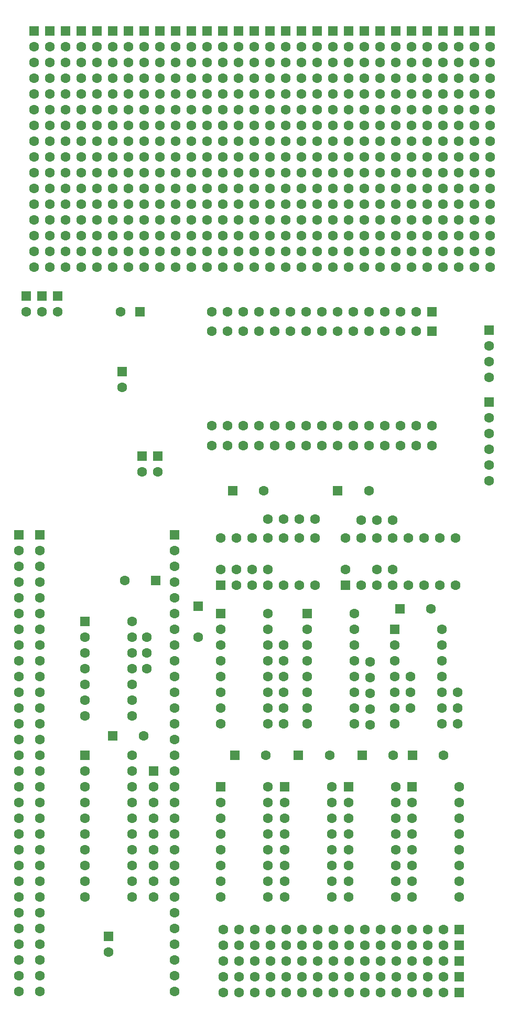
<source format=gts>
%FSLAX46Y46*%
%MOIN*%
G01*
G75*
%ADD10C,0.063000*%
%AMRECT11*21,1,0.063000,0.063000,0.0,0.0,0.000000*%
%ADD11RECT11*%
%AMRECT12*21,1,0.063000,0.063000,0.0,0.0,-90.000000*%
%ADD12RECT12*%
%AMRECT13*21,1,0.063000,0.063000,0.0,0.0,-180.000000*%
%ADD13RECT13*%
%AMRECT14*21,1,0.063000,0.063000,0.0,0.0,-270.000000*%
%ADD14RECT14*%
D10*
X1818750Y1933600D03*
X950000Y2483600D03*
X2625000Y2233600D03*
X2368750Y1927350D03*
X1818750Y2233600D03*
X1818750Y2333600D03*
X2925000Y2033600D03*
X2625000Y2033600D03*
X2368750Y2127350D03*
X1818750Y2033600D03*
X1818750Y2133600D03*
X1818750Y2433600D03*
X2368750Y2327350D03*
X2925000Y1933600D03*
X2625000Y2133600D03*
X2368750Y2027350D03*
X2368750Y2227350D03*
X2925000Y2133600D03*
X950000Y2283600D03*
X950000Y2383600D03*
X1718750Y3233600D03*
X1418750Y2914850D03*
X1818750Y3233600D03*
X2512500Y2914850D03*
X1618750Y2914850D03*
X1518750Y2914850D03*
X1918750Y3233600D03*
X1718750Y2914850D03*
X2412500Y2914850D03*
X2412500Y3227350D03*
X2512500Y3227350D03*
X2312500Y3227350D03*
X2212500Y2914850D03*
X2131250Y5433600D03*
X2231250Y6233600D03*
X1131250Y5333600D03*
X231250Y6133600D03*
X1131250Y5033600D03*
X2031250Y5633600D03*
X3131250Y5633600D03*
X3031250Y5533600D03*
X2831250Y6033600D03*
X1931250Y5333600D03*
X137500Y1133600D03*
X2731250Y5233600D03*
X831250Y6033600D03*
X631250Y5233600D03*
X1331250Y5133600D03*
X1718750Y1033600D03*
X1125000Y733600D03*
X1431250Y6233600D03*
X1718750Y2533600D03*
X268750Y833600D03*
X1431250Y5533600D03*
X918750Y3533600D03*
X1831250Y5433600D03*
X2231250Y5633600D03*
X831250Y5433600D03*
X1125000Y2833600D03*
X2268750Y2233600D03*
X993750Y1333600D03*
X2031250Y5933600D03*
X268750Y2133600D03*
X2931250Y5233600D03*
X2831250Y4933600D03*
X268750Y1133600D03*
X1125000Y333600D03*
X231250Y5233600D03*
X2937500Y1333600D03*
X2631250Y5033600D03*
X2631250Y5533600D03*
X3031250Y5933600D03*
X1031250Y4833600D03*
X1431250Y5933600D03*
X2031250Y5233600D03*
X268750Y1033600D03*
X1731250Y5133600D03*
X1718750Y2033600D03*
X1718750Y833600D03*
X2731250Y5533600D03*
X1931250Y4933600D03*
X2937500Y833600D03*
X3131250Y4933600D03*
X631250Y5033600D03*
X2125000Y1133600D03*
X1131250Y4933600D03*
X1331250Y6233600D03*
X2531250Y1533600D03*
X1631250Y5433600D03*
X268750Y2333600D03*
X3031250Y4933600D03*
X1731250Y6033600D03*
X1831250Y5233600D03*
X431250Y5433600D03*
X2831250Y6133600D03*
X2931250Y4933600D03*
X331250Y5933600D03*
X2531250Y6033600D03*
X1031250Y5533600D03*
X3131250Y4833600D03*
X1231250Y5233600D03*
X1731250Y5633600D03*
X2931250Y5733600D03*
X2825000Y2233600D03*
X2931250Y5033600D03*
X1331250Y6133600D03*
X137500Y433600D03*
X2931250Y5833600D03*
X631250Y5733600D03*
X731250Y5833600D03*
X231250Y5533600D03*
X2231250Y5333600D03*
X137500Y1233600D03*
X1531250Y5733600D03*
X2268750Y1933600D03*
X137500Y333600D03*
X531250Y6233600D03*
X1931250Y5233600D03*
X1131250Y6133600D03*
X1125000Y1133600D03*
X2531250Y5133600D03*
X1931250Y6033600D03*
X2231250Y5233600D03*
X431250Y5733600D03*
X231250Y5633600D03*
X1931250Y5133600D03*
X2531250Y1133600D03*
X1831250Y6033600D03*
X531250Y5933600D03*
X2531250Y5633600D03*
X3031250Y5733600D03*
X1231250Y5933600D03*
X2831250Y5933600D03*
X2331250Y6233600D03*
X1931250Y5833600D03*
X268750Y3033600D03*
X831250Y5933600D03*
X1718750Y1333600D03*
X137500Y1533600D03*
X2231250Y6033600D03*
X2031250Y5033600D03*
X1931250Y5033600D03*
X731250Y5233600D03*
X1931250Y5533600D03*
X268750Y633600D03*
X268750Y2033600D03*
X431250Y6133600D03*
X231250Y5833600D03*
X431250Y5233600D03*
X1125000Y1233600D03*
X856250Y2083600D03*
X2431250Y5333600D03*
X2531250Y933600D03*
X2931250Y6133600D03*
X1531250Y4933600D03*
X2931250Y5133600D03*
X2931250Y4833600D03*
X3031250Y5433600D03*
X1031250Y5333600D03*
X2331250Y5633600D03*
X1125000Y433600D03*
X2431250Y5433600D03*
X2231250Y4933600D03*
X2331250Y5033600D03*
X2268750Y2533600D03*
X1531250Y5333600D03*
X631250Y5333600D03*
X1331250Y5933600D03*
X1831250Y5733600D03*
X268750Y733600D03*
X1331250Y5733600D03*
X2431250Y5633600D03*
X1931250Y6133600D03*
X1131250Y6233600D03*
X3125000Y4333600D03*
X631250Y5533600D03*
X1231250Y6233600D03*
X2831250Y5633600D03*
X1531250Y6033600D03*
X3031250Y5033600D03*
X331250Y5633600D03*
X137500Y633600D03*
X1931250Y5633600D03*
X3031250Y6233600D03*
X2731250Y5033600D03*
X731250Y5533600D03*
X3131250Y6033600D03*
X3131250Y5733600D03*
X2431250Y5533600D03*
X2431250Y4833600D03*
X1831250Y4833600D03*
X268750Y1533600D03*
X2231250Y6133600D03*
X631250Y5433600D03*
X993750Y933600D03*
X831250Y6133600D03*
X1431250Y5433600D03*
X1831250Y5833600D03*
X856250Y1983600D03*
X331250Y4933600D03*
X2431250Y5933600D03*
X1231250Y5633600D03*
X1718750Y2433600D03*
X1731250Y4933600D03*
X268750Y1733600D03*
X2031250Y4933600D03*
X1718750Y1433600D03*
X137500Y2633600D03*
X2731250Y5633600D03*
X1125000Y1533600D03*
X3031250Y5833600D03*
X631250Y6033600D03*
X1731250Y5933600D03*
X1931250Y5933600D03*
X2931250Y5333600D03*
X2131250Y5233600D03*
X631250Y4833600D03*
X2825000Y2333600D03*
X1631250Y5033600D03*
X1718750Y2633600D03*
X1531250Y5533600D03*
X2431250Y5833600D03*
X2031250Y5333600D03*
X2131250Y5833600D03*
X137500Y2933600D03*
X1131250Y5833600D03*
X331250Y6133600D03*
X1631250Y5633600D03*
X331250Y6033600D03*
X856250Y1233600D03*
X1631250Y5533600D03*
X1125000Y633600D03*
X1731250Y5233600D03*
X1718750Y1133600D03*
X1831250Y5533600D03*
X3125000Y3577350D03*
X1531250Y5833600D03*
X431250Y6233600D03*
X731250Y5633600D03*
X1031250Y5733600D03*
X856250Y2383600D03*
X3125000Y3777350D03*
X2268750Y2633600D03*
X2731250Y6233600D03*
X731250Y5333600D03*
X2631250Y5833600D03*
X831250Y4933600D03*
X2531250Y5233600D03*
X1431250Y5233600D03*
X1231250Y4833600D03*
X931250Y6133600D03*
X2131250Y5733600D03*
X3031250Y4833600D03*
X856250Y1733600D03*
X931250Y5333600D03*
X2531250Y833600D03*
X137500Y1933600D03*
X1125000Y1933600D03*
X2125000Y833600D03*
X2531250Y4933600D03*
X1331250Y4833600D03*
X2131250Y6033600D03*
X1031250Y6233600D03*
X2937500Y1233600D03*
X631250Y5933600D03*
X993750Y1433600D03*
X2631250Y5233600D03*
X1331250Y4933600D03*
X2131250Y4933600D03*
X431250Y5633600D03*
X1531250Y5933600D03*
X1331250Y5333600D03*
X137500Y1633600D03*
X268750Y933600D03*
X137500Y2133600D03*
X2531250Y6233600D03*
X993750Y1133600D03*
X331250Y6233600D03*
X1731250Y4833600D03*
X2937500Y1033600D03*
X1125000Y233600D03*
X268750Y2533600D03*
X2731250Y4933600D03*
X531250Y5533600D03*
X1531250Y5633600D03*
X2231250Y5133600D03*
X1131250Y5633600D03*
X2431250Y5733600D03*
X431250Y4933600D03*
X2931250Y5533600D03*
X1631250Y5133600D03*
X1125000Y933600D03*
X2831250Y5533600D03*
X1718750Y1233600D03*
X137500Y3033600D03*
X531250Y6033600D03*
X2631250Y4933600D03*
X3125000Y4233600D03*
X3031250Y6033600D03*
X2937500Y933600D03*
X1031250Y5933600D03*
X831250Y5833600D03*
X268750Y2233600D03*
X1125000Y3033600D03*
X931250Y5733600D03*
X431250Y5833600D03*
X856250Y933600D03*
X1631250Y6133600D03*
X331250Y4833600D03*
X1031250Y5133600D03*
X2331250Y5433600D03*
X856250Y833600D03*
X831250Y4833600D03*
X1331250Y5233600D03*
X2931250Y5633600D03*
X331250Y5533600D03*
X2331250Y4833600D03*
X531250Y5133600D03*
X531250Y5733600D03*
X993750Y1233600D03*
X1031250Y5633600D03*
X856250Y1433600D03*
X1031250Y5033600D03*
X331250Y5833600D03*
X2531250Y5333600D03*
X1125000Y1433600D03*
X2825000Y2433600D03*
X631250Y4933600D03*
X268750Y1833600D03*
X931250Y6233600D03*
X2431250Y5233600D03*
X831250Y5133600D03*
X268750Y2633600D03*
X1031250Y6133600D03*
X2937500Y1433600D03*
X1331250Y6033600D03*
X331250Y5133600D03*
X1331250Y5633600D03*
X2268750Y2033600D03*
X231250Y5033600D03*
X1731250Y5733600D03*
X268750Y1933600D03*
X137500Y1333600D03*
X137500Y1033600D03*
X2031250Y5133600D03*
X2431250Y6233600D03*
X137500Y2433600D03*
X2831250Y6233600D03*
X2125000Y1033600D03*
X731250Y5733600D03*
X931250Y5933600D03*
X1331250Y5533600D03*
X3125000Y3877350D03*
X2231250Y5033600D03*
X1531250Y5033600D03*
X2431250Y5133600D03*
X2531250Y5833600D03*
X1231250Y4933600D03*
X2331250Y5833600D03*
X2125000Y933600D03*
X2331250Y4933600D03*
X1031250Y5433600D03*
X1125000Y533600D03*
X1631250Y5833600D03*
X2731250Y5733600D03*
X731250Y5033600D03*
X331250Y5433600D03*
X1831250Y5633600D03*
X1631250Y5333600D03*
X2331250Y5533600D03*
X1231250Y5133600D03*
X1231250Y5833600D03*
X1431250Y5133600D03*
X1431250Y5633600D03*
X1431250Y5333600D03*
X831250Y5633600D03*
X1131250Y4833600D03*
X1718750Y933600D03*
X3125000Y3677350D03*
X731250Y5433600D03*
X2231250Y5533600D03*
X2431250Y6033600D03*
X2531250Y5033600D03*
X2331250Y5233600D03*
X856250Y1333600D03*
X268750Y433600D03*
X1731250Y5533600D03*
X231250Y6233600D03*
X137500Y2733600D03*
X431250Y5033600D03*
X2431250Y5033600D03*
X631250Y5133600D03*
X1831250Y5133600D03*
X2731250Y6033600D03*
X3031250Y5233600D03*
X1731250Y5033600D03*
X2831250Y5233600D03*
X1131250Y5133600D03*
X1331250Y5433600D03*
X1131250Y5233600D03*
X431250Y5533600D03*
X931250Y5633600D03*
X2531250Y4833600D03*
X2937500Y1533600D03*
X2731250Y5933600D03*
X1831250Y4933600D03*
X231250Y5433600D03*
X268750Y1333600D03*
X1431250Y4933600D03*
X2031250Y5533600D03*
X2231250Y4833600D03*
X137500Y933600D03*
X1231250Y5433600D03*
X931250Y5433600D03*
X2031250Y5433600D03*
X531250Y4833600D03*
X1125000Y2033600D03*
X731250Y6133600D03*
X2731250Y5133600D03*
X531250Y5333600D03*
X831250Y5233600D03*
X1631250Y6033600D03*
X2268750Y2333600D03*
X2531250Y5433600D03*
X1931250Y5433600D03*
X1431250Y4833600D03*
X2131250Y6233600D03*
X1431250Y6133600D03*
X3131250Y5233600D03*
X2231250Y5833600D03*
X231250Y5133600D03*
X1018750Y3533600D03*
X931250Y4833600D03*
X631250Y6133600D03*
X2125000Y1533600D03*
X2331250Y5333600D03*
X2631250Y5133600D03*
X1718750Y2233600D03*
X3131250Y6233600D03*
X1231250Y5533600D03*
X137500Y233600D03*
X2937500Y1133600D03*
X2531250Y1033600D03*
X431250Y5133600D03*
X631250Y6233600D03*
X1131250Y5433600D03*
X1531250Y6233600D03*
X431250Y5333600D03*
X268750Y1233600D03*
X856250Y2183600D03*
X281250Y4552350D03*
X856250Y2283600D03*
X3131250Y5133600D03*
X856250Y2483600D03*
X1831250Y5933600D03*
X2431250Y6133600D03*
X1231250Y5333600D03*
X3131250Y5533600D03*
X3031250Y5133600D03*
X2831250Y5833600D03*
X731250Y4833600D03*
X1231250Y5033600D03*
X1131250Y5533600D03*
X1431250Y6033600D03*
X137500Y1833600D03*
X2125000Y1233600D03*
X1731250Y6233600D03*
X181250Y4552350D03*
X1931250Y4833600D03*
X1275000Y2485175D03*
X3131250Y5033600D03*
X2531250Y1433600D03*
X231250Y4933600D03*
X137500Y733600D03*
X2125000Y1333600D03*
X2831250Y5033600D03*
X931250Y5233600D03*
X2331250Y5933600D03*
X856250Y1633600D03*
X2131250Y5633600D03*
X2631250Y5633600D03*
X1631250Y5933600D03*
X2831250Y5733600D03*
X1231250Y5733600D03*
X993750Y833600D03*
X331250Y5333600D03*
X1631250Y6233600D03*
X2531250Y6133600D03*
X1431250Y5033600D03*
X231250Y5733600D03*
X731250Y6033600D03*
X1718750Y2133600D03*
X1831250Y6133600D03*
X268750Y2833600D03*
X1831250Y5333600D03*
X1718750Y2333600D03*
X3131250Y6133600D03*
X2531250Y5933600D03*
X856250Y1533600D03*
X268750Y533600D03*
X831250Y6233600D03*
X1631250Y4833600D03*
X2131250Y5033600D03*
X1125000Y2333600D03*
X931250Y6033600D03*
X2131250Y5333600D03*
X1331250Y5833600D03*
X2031250Y5833600D03*
X1125000Y1733600D03*
X1031250Y5833600D03*
X2531250Y5733600D03*
X2731250Y5833600D03*
X1431250Y5833600D03*
X268750Y2933600D03*
X2131250Y4833600D03*
X1831250Y5033600D03*
X631250Y5833600D03*
X531250Y5833600D03*
X531250Y5633600D03*
X1125000Y2733600D03*
X631250Y5633600D03*
X2331250Y5133600D03*
X931250Y5533600D03*
X2831250Y5133600D03*
X431250Y4833600D03*
X1531250Y5433600D03*
X2831250Y4833600D03*
X231250Y5933600D03*
X331250Y5233600D03*
X1125000Y2233600D03*
X1231250Y6033600D03*
X731250Y5933600D03*
X1431250Y5733600D03*
X2831250Y5433600D03*
X531250Y5233600D03*
X831250Y5033600D03*
X2631250Y6133600D03*
X2631250Y5333600D03*
X2631250Y5433600D03*
X2731250Y5333600D03*
X2268750Y2433600D03*
X793750Y4071100D03*
X1125000Y1833600D03*
X2631250Y6033600D03*
X2031250Y6033600D03*
X3125000Y4133600D03*
X1631250Y5733600D03*
X1631250Y4933600D03*
X1131250Y5733600D03*
X137500Y1733600D03*
X993750Y1533600D03*
X2031250Y6133600D03*
X2731250Y5433600D03*
X2631250Y5733600D03*
X1125000Y833600D03*
X531250Y6133600D03*
X431250Y5933600D03*
X1718750Y1933600D03*
X137500Y833600D03*
X137500Y2833600D03*
X268750Y1433600D03*
X331250Y5733600D03*
X856250Y1033600D03*
X1731250Y6133600D03*
X2531250Y1333600D03*
X856250Y2583600D03*
X1125000Y2533600D03*
X2531250Y1233600D03*
X137500Y2233600D03*
X2231250Y5933600D03*
X1131250Y6033600D03*
X2631250Y6233600D03*
X2731250Y4833600D03*
X137500Y1433600D03*
X931250Y4933600D03*
X231250Y5333600D03*
X268750Y333600D03*
X1731250Y5433600D03*
X231250Y4833600D03*
X1125000Y2433600D03*
X1531250Y4833600D03*
X3131250Y5933600D03*
X2831250Y5333600D03*
X2825000Y2133600D03*
X831250Y5333600D03*
X931250Y5833600D03*
X2531250Y5533600D03*
X231250Y6033600D03*
X1931250Y5733600D03*
X268750Y233600D03*
X2131250Y6133600D03*
X1531250Y5133600D03*
X2931250Y5933600D03*
X731250Y6233600D03*
X2131250Y5533600D03*
X1125000Y1633600D03*
X2631250Y5933600D03*
X137500Y533600D03*
X731250Y4933600D03*
X831250Y5733600D03*
X731250Y5133600D03*
X2131250Y5933600D03*
X137500Y2333600D03*
X531250Y5433600D03*
X268750Y2433600D03*
X3131250Y5433600D03*
X531250Y4933600D03*
X2431250Y4933600D03*
X137500Y2533600D03*
X3131250Y5333600D03*
X3031250Y5633600D03*
X856250Y1133600D03*
X2331250Y6033600D03*
X931250Y5133600D03*
X1031250Y4933600D03*
X2931250Y6233600D03*
X2031250Y6233600D03*
X2825000Y1933600D03*
X1718750Y1533600D03*
X1125000Y2933600D03*
X931250Y5033600D03*
X2031250Y5733600D03*
X1931250Y6233600D03*
X1731250Y5333600D03*
X1531250Y6133600D03*
X3131250Y5833600D03*
X531250Y5033600D03*
X2731250Y6133600D03*
X2631250Y4833600D03*
X2268750Y2133600D03*
X2231250Y5733600D03*
X1331250Y5033600D03*
X1131250Y5933600D03*
X1125000Y2633600D03*
X268750Y2733600D03*
X2331250Y6133600D03*
X1125000Y1033600D03*
X3031250Y6133600D03*
X431250Y6033600D03*
X2825000Y2533600D03*
X1531250Y5233600D03*
X2331250Y5733600D03*
X1231250Y6133600D03*
X331250Y5033600D03*
X3125000Y3477350D03*
X1031250Y6033600D03*
X2131250Y5133600D03*
X137500Y2033600D03*
X1125000Y2133600D03*
X381250Y4552350D03*
X706250Y483600D03*
X2931250Y6033600D03*
X1631250Y5233600D03*
X2031250Y4833600D03*
X1831250Y6233600D03*
X2825000Y2033600D03*
X831250Y5533600D03*
X2931250Y5433600D03*
X2231250Y5433600D03*
X2125000Y1433600D03*
X1031250Y5233600D03*
X3031250Y5333600D03*
X1125000Y1333600D03*
X1731250Y5833600D03*
X993750Y1033600D03*
X268750Y1633600D03*
X2362500Y3702350D03*
X1562500Y3702350D03*
X2737500Y627350D03*
X1737500Y427350D03*
X1837500Y427350D03*
X2437500Y627350D03*
X2337500Y227350D03*
X2537500Y627350D03*
X2662500Y3827350D03*
X1537500Y627350D03*
X1437500Y627350D03*
X2037500Y227350D03*
X2637500Y427350D03*
X1437500Y327350D03*
X2837500Y627350D03*
X1937500Y527350D03*
X2637500Y527350D03*
X2037500Y427350D03*
X2037500Y327350D03*
X2262500Y3827350D03*
X1537500Y227350D03*
X2437500Y427350D03*
X2837500Y327350D03*
X1662500Y3827350D03*
X1662500Y3702350D03*
X2162500Y3702350D03*
X1437500Y227350D03*
X1818750Y2814850D03*
X2312500Y2814850D03*
X2537500Y427350D03*
X1537500Y327350D03*
X2562500Y3827350D03*
X2137500Y627350D03*
X1937500Y327350D03*
X2337500Y527350D03*
X2062500Y3702350D03*
X1718750Y2814850D03*
X2462500Y3702350D03*
X2537500Y227350D03*
X1837500Y327350D03*
X1537500Y427350D03*
X2612500Y2814850D03*
X1362500Y3827350D03*
X1618750Y2814850D03*
X2562500Y3702350D03*
X2737500Y227350D03*
X1462500Y3827350D03*
X2018750Y2814850D03*
X2512500Y2814850D03*
X2237500Y527350D03*
X1737500Y627350D03*
X2362500Y3827350D03*
X2437500Y327350D03*
X2062500Y3827350D03*
X1918750Y2814850D03*
X1837500Y227350D03*
X1762500Y3702350D03*
X1562500Y3827350D03*
X2137500Y227350D03*
X1437500Y527350D03*
X2037500Y527350D03*
X2737500Y527350D03*
X2337500Y627350D03*
X2737500Y427350D03*
X2137500Y427350D03*
X2812500Y2814850D03*
X1637500Y427350D03*
X1437500Y427350D03*
X1462500Y3702350D03*
X807825Y2846100D03*
X1862500Y3702350D03*
X1937500Y427350D03*
X2637500Y227350D03*
X1518750Y2814850D03*
X1937500Y227350D03*
X2737500Y327350D03*
X2437500Y227350D03*
X1937500Y627350D03*
X1637500Y327350D03*
X2762500Y3702350D03*
X781250Y4552350D03*
X2912500Y2814850D03*
X2437500Y527350D03*
X1637500Y227350D03*
X2237500Y327350D03*
X2237500Y427350D03*
X2837500Y227350D03*
X2412500Y2814850D03*
X1962500Y3827350D03*
X2837500Y427350D03*
X2237500Y627350D03*
X1737500Y327350D03*
X2762500Y3827350D03*
X1737500Y227350D03*
X2337500Y427350D03*
X1837500Y627350D03*
X2137500Y527350D03*
X1837500Y527350D03*
X1637500Y527350D03*
X2462500Y3827350D03*
X1362500Y3702350D03*
X2537500Y327350D03*
X2537500Y527350D03*
X1962500Y3702350D03*
X2262500Y3702350D03*
X1862500Y3827350D03*
X2712500Y2814850D03*
X1762500Y3827350D03*
X2637500Y327350D03*
X2037500Y627350D03*
X2162500Y3827350D03*
X2837500Y527350D03*
X2237500Y227350D03*
X1537500Y527350D03*
X1637500Y627350D03*
X2337500Y327350D03*
X2662500Y3702350D03*
X1737500Y527350D03*
X2137500Y327350D03*
X2637500Y627350D03*
X1825000Y833600D03*
X1968750Y1933600D03*
X1418750Y2133600D03*
X2637500Y833600D03*
X2525000Y2233600D03*
X1418750Y1133600D03*
X1418750Y1333600D03*
X556250Y1983600D03*
X2231250Y1333600D03*
X556250Y2383600D03*
X1825000Y933600D03*
X1418750Y2033600D03*
X1418750Y2533600D03*
X556250Y2183600D03*
X2231250Y1133600D03*
X1418750Y2433600D03*
X2525000Y1933600D03*
X1825000Y1133600D03*
X1825000Y1233600D03*
X2637500Y933600D03*
X556250Y1633600D03*
X1418750Y1933600D03*
X2231250Y1033600D03*
X2637500Y1433600D03*
X556250Y1233600D03*
X2231250Y833600D03*
X556250Y933600D03*
X2525000Y2033600D03*
X556250Y1033600D03*
X556250Y833600D03*
X2525000Y2333600D03*
X556250Y2283600D03*
X1968750Y2233600D03*
X556250Y2483600D03*
X1968750Y2533600D03*
X2637500Y1033600D03*
X2231250Y1233600D03*
X1825000Y1033600D03*
X556250Y2083600D03*
X1968750Y2433600D03*
X556250Y1333600D03*
X556250Y1533600D03*
X1825000Y1433600D03*
X1418750Y2233600D03*
X556250Y1433600D03*
X1418750Y933600D03*
X1418750Y1433600D03*
X1825000Y1333600D03*
X2231250Y1433600D03*
X1968750Y2133600D03*
X1968750Y2033600D03*
X1418750Y833600D03*
X556250Y1133600D03*
X2637500Y1333600D03*
X1418750Y1233600D03*
X1418750Y1033600D03*
X1968750Y2333600D03*
X2637500Y1233600D03*
X2525000Y2433600D03*
X2637500Y1133600D03*
X2525000Y2133600D03*
X1418750Y2333600D03*
X2231250Y933600D03*
X1918750Y3114850D03*
X1618750Y3114850D03*
X2562500Y4427350D03*
X1562500Y4552350D03*
X2212500Y3114850D03*
X2362500Y4427350D03*
X1418750Y3114850D03*
X1718750Y3114850D03*
X1518750Y3114850D03*
X929675Y1858600D03*
X2562500Y4552350D03*
X2662500Y4427350D03*
X1662500Y4552350D03*
X2812500Y3114850D03*
X2362500Y4552350D03*
X2462500Y4552350D03*
X2262500Y4427350D03*
X1862500Y4552350D03*
X1562500Y4427350D03*
X1818750Y3114850D03*
X1762500Y4552350D03*
X2062500Y4427350D03*
X2262500Y4552350D03*
X1662500Y4427350D03*
X2062500Y4552350D03*
X1462500Y4427350D03*
X2412500Y3114850D03*
X2360925Y3414850D03*
X1862500Y4427350D03*
X2162500Y4552350D03*
X1762500Y4427350D03*
X1962500Y4427350D03*
X1362500Y4427350D03*
X2754675Y2664850D03*
X2912500Y3114850D03*
X2162500Y4427350D03*
X2512500Y3114850D03*
X2018750Y3114850D03*
X1462500Y4552350D03*
X2462500Y4427350D03*
X2517175Y1733600D03*
X1692175Y3414850D03*
X2712500Y3114850D03*
X2662500Y4552350D03*
X1704675Y1733600D03*
X2110925Y1733600D03*
X2835925Y1733600D03*
X2612500Y3114850D03*
X1362500Y4552350D03*
X2312500Y3114850D03*
X1962500Y4552350D03*
D11*
X1031250Y6333600D03*
X2131250Y6333600D03*
X3125000Y4433600D03*
X331250Y6333600D03*
X2031250Y6333600D03*
X1831250Y6333600D03*
X3125000Y3977350D03*
X1125000Y3133600D03*
X793750Y4171100D03*
X918750Y3633600D03*
X2631250Y6333600D03*
X381250Y4652350D03*
X431250Y6333600D03*
X1531250Y6333600D03*
X3131250Y6333600D03*
X1931250Y6333600D03*
X531250Y6333600D03*
X1231250Y6333600D03*
X631250Y6333600D03*
X268750Y3133600D03*
X1631250Y6333600D03*
X137500Y3133600D03*
X1331250Y6333600D03*
X931250Y6333600D03*
X281250Y4652350D03*
X2931250Y6333600D03*
X1275000Y2682025D03*
X2531250Y6333600D03*
X2331250Y6333600D03*
X2231250Y6333600D03*
X993750Y1633600D03*
X2831250Y6333600D03*
X731250Y6333600D03*
X831250Y6333600D03*
X2731250Y6333600D03*
X181250Y4652350D03*
X706250Y583600D03*
X1131250Y6333600D03*
X231250Y6333600D03*
X2431250Y6333600D03*
X3031250Y6333600D03*
X1431250Y6333600D03*
X1731250Y6333600D03*
X1018750Y3633600D03*
D12*
X1004675Y2846100D03*
X1418750Y2814850D03*
X2937500Y627350D03*
X2937500Y427350D03*
X2937500Y327350D03*
X906250Y4552350D03*
X2937500Y227350D03*
X2212500Y2814850D03*
X2937500Y527350D03*
D13*
X556250Y1733600D03*
X2637500Y1533600D03*
X1825000Y1533600D03*
X2525000Y2533600D03*
X1418750Y2633600D03*
X556250Y2583600D03*
X1968750Y2633600D03*
X2231250Y1533600D03*
X1418750Y1533600D03*
D14*
X2557825Y2664850D03*
X2164075Y3414850D03*
X1914075Y1733600D03*
X1495325Y3414850D03*
X2762500Y4427350D03*
X2762500Y4552350D03*
X2320325Y1733600D03*
X1507825Y1733600D03*
X732825Y1858600D03*
X2639075Y1733600D03*
D10*
X2018750Y3233600D03*
M02*

</source>
